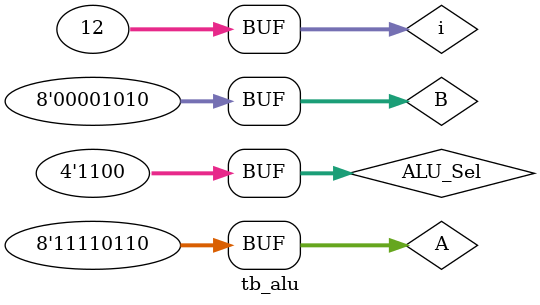
<source format=v>
`timescale 1ns / 1ps  

module tb_alu;
//Inputs
 reg[7:0] A,B;
 reg[3:0] ALU_Sel;

//Outputs
 wire[7:0] ALU_Out;
 wire CarryOut;
 // Verilog code for ALU
 integer i;
 alu dut( .A(A),.B(B),  // ALU 8-bit Inputs                 
          .ALU_Sel(ALU_Sel),// ALU Selection
          .ALU_Out(ALU_Out), // ALU 8-bit Output
          .CarryOut(CarryOut) // Carry Out Flag
     );
    initial begin
    
      $dumpfile("dump.vcd");
      $dumpvars(0, tb_alu);
      
      // hold reset state for 100 ns.
      A = 8'h0A;
      B = 8'h02;
      ALU_Sel = 4'h0;
      
      for (i=0;i<=11;i=i+1)
      begin
       #10;
       ALU_Sel = ALU_Sel + 8'h01;
      end;
      
      A = 8'hF6;
      B = 8'h0A;
      
    end
endmodule
</source>
